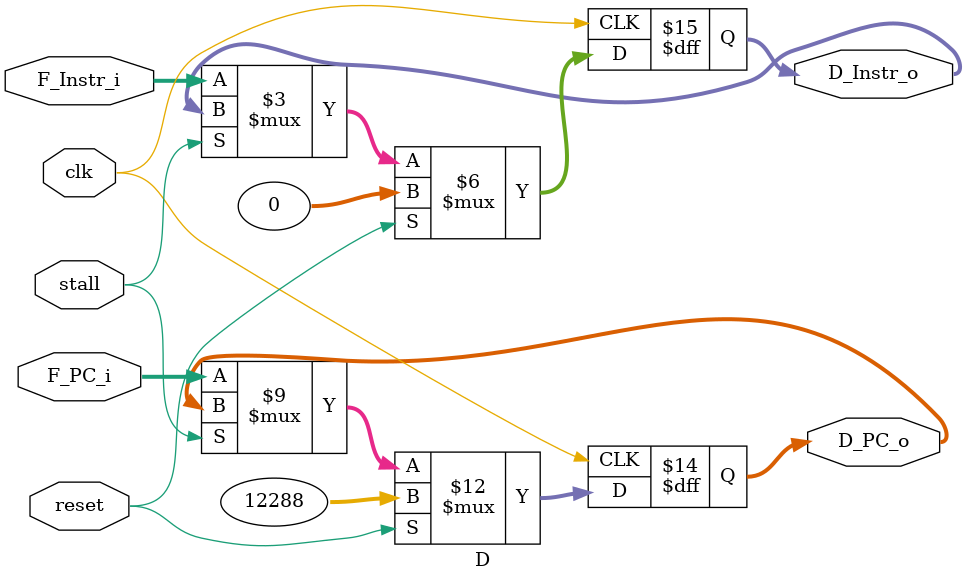
<source format=v>
`timescale 1ns / 1ps
module D(
    input wire clk,
	input wire reset,
	input wire stall,
	input wire [31:0] F_PC_i,
	input wire [31:0] F_Instr_i,
	output reg [31:0] D_PC_o,
	output reg [31:0] D_Instr_o
    );
	
	always @( posedge clk )
	begin
		if(reset)
		begin
			D_PC_o	  <= 32'h0000_3000;
			D_Instr_o <= 0;
		end
		else if(stall)
		begin
			D_PC_o    <= D_PC_o;
			D_Instr_o <= D_Instr_o;
		end
		else
		begin
			D_PC_o    <= F_PC_i;
			D_Instr_o <= F_Instr_i;
		end
	end
	
endmodule

</source>
